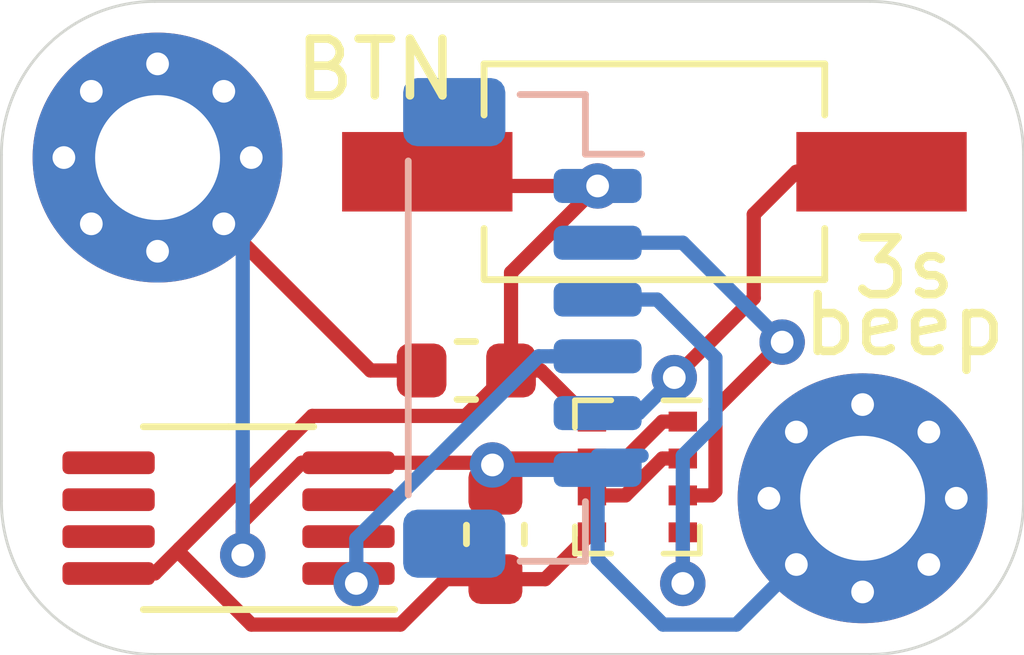
<source format=kicad_pcb>
(kicad_pcb (version 20171130) (host pcbnew "(5.1.6)-1")

  (general
    (thickness 1.6)
    (drawings 11)
    (tracks 77)
    (zones 0)
    (modules 8)
    (nets 12)
  )

  (page A4)
  (layers
    (0 F.Cu signal)
    (31 B.Cu signal)
    (32 B.Adhes user)
    (33 F.Adhes user)
    (34 B.Paste user)
    (35 F.Paste user)
    (36 B.SilkS user)
    (37 F.SilkS user)
    (38 B.Mask user)
    (39 F.Mask user)
    (40 Dwgs.User user)
    (41 Cmts.User user)
    (42 Eco1.User user)
    (43 Eco2.User user)
    (44 Edge.Cuts user)
    (45 Margin user)
    (46 B.CrtYd user)
    (47 F.CrtYd user)
    (48 B.Fab user)
    (49 F.Fab user)
  )

  (setup
    (last_trace_width 0.25)
    (trace_clearance 0.2)
    (zone_clearance 0.508)
    (zone_45_only no)
    (trace_min 0.2)
    (via_size 0.8)
    (via_drill 0.4)
    (via_min_size 0.4)
    (via_min_drill 0.3)
    (uvia_size 0.3)
    (uvia_drill 0.1)
    (uvias_allowed no)
    (uvia_min_size 0.2)
    (uvia_min_drill 0.1)
    (edge_width 0.05)
    (segment_width 0.2)
    (pcb_text_width 0.3)
    (pcb_text_size 1.5 1.5)
    (mod_edge_width 0.12)
    (mod_text_size 1 1)
    (mod_text_width 0.15)
    (pad_size 1.524 1.524)
    (pad_drill 0.762)
    (pad_to_mask_clearance 0.05)
    (aux_axis_origin 0 0)
    (visible_elements 7FFFFFFF)
    (pcbplotparams
      (layerselection 0x010fc_ffffffff)
      (usegerberextensions false)
      (usegerberattributes true)
      (usegerberadvancedattributes true)
      (creategerberjobfile true)
      (excludeedgelayer true)
      (linewidth 0.100000)
      (plotframeref false)
      (viasonmask false)
      (mode 1)
      (useauxorigin false)
      (hpglpennumber 1)
      (hpglpenspeed 20)
      (hpglpendiameter 15.000000)
      (psnegative false)
      (psa4output false)
      (plotreference true)
      (plotvalue true)
      (plotinvisibletext false)
      (padsonsilk false)
      (subtractmaskfromsilk false)
      (outputformat 1)
      (mirror false)
      (drillshape 0)
      (scaleselection 1)
      (outputdirectory "output/"))
  )

  (net 0 "")
  (net 1 GND)
  (net 2 +3V3)
  (net 3 BUTTON)
  (net 4 TEMP)
  (net 5 SCL)
  (net 6 SDA)
  (net 7 "Net-(U1-Pad7)")
  (net 8 "Net-(U1-Pad6)")
  (net 9 "Net-(U1-Pad5)")
  (net 10 "Net-(U1-Pad3)")
  (net 11 "Net-(U1-Pad2)")

  (net_class Default "This is the default net class."
    (clearance 0.2)
    (trace_width 0.25)
    (via_dia 0.8)
    (via_drill 0.4)
    (uvia_dia 0.3)
    (uvia_drill 0.1)
    (add_net +3V3)
    (add_net BUTTON)
    (add_net GND)
    (add_net "Net-(U1-Pad2)")
    (add_net "Net-(U1-Pad3)")
    (add_net "Net-(U1-Pad5)")
    (add_net "Net-(U1-Pad6)")
    (add_net "Net-(U1-Pad7)")
    (add_net SCL)
    (add_net SDA)
    (add_net TEMP)
  )

  (module Package_LGA:Bosch_LGA-8_2x2.5mm_P0.65mm_ClockwisePinNumbering (layer F.Cu) (tedit 5A2F92D2) (tstamp 5FD9C74D)
    (at 53.2 51.875 270)
    (descr "LGA-8, https://ae-bst.resource.bosch.com/media/_tech/media/datasheets/BST-BMP280-DS001-18.pdf")
    (tags "lga land grid array")
    (path /5FD90124)
    (attr smd)
    (fp_text reference U2 (at 2.125 0) (layer F.SilkS) hide
      (effects (font (size 1 1) (thickness 0.15)))
    )
    (fp_text value BMP280 (at 0 3.1 90) (layer F.Fab) hide
      (effects (font (size 1 1) (thickness 0.15)))
    )
    (fp_line (start -1.35 -0.46) (end -1.35 -1.1) (layer F.SilkS) (width 0.1))
    (fp_line (start 0.87 -1.1) (end 1.35 -1.1) (layer F.SilkS) (width 0.1))
    (fp_line (start 1.35 -0.46) (end 1.35 -1.1) (layer F.SilkS) (width 0.1))
    (fp_line (start -1.35 1.1) (end -1.35 0.46) (layer F.SilkS) (width 0.1))
    (fp_line (start 1.35 1.1) (end 1.35 0.46) (layer F.SilkS) (width 0.1))
    (fp_line (start 0.87 1.1) (end 1.35 1.1) (layer F.SilkS) (width 0.1))
    (fp_line (start -1.25 1) (end -1.25 -0.75) (layer F.Fab) (width 0.1))
    (fp_line (start -1 -1) (end -1.25 -0.75) (layer F.Fab) (width 0.1))
    (fp_line (start 1.25 -1) (end -1 -1) (layer F.Fab) (width 0.1))
    (fp_line (start 1.25 -1) (end 1.25 1) (layer F.Fab) (width 0.1))
    (fp_line (start -1.25 1) (end 1.25 1) (layer F.Fab) (width 0.1))
    (fp_line (start -1.55 1.3) (end -1.55 -1.3) (layer F.CrtYd) (width 0.05))
    (fp_line (start 1.55 1.3) (end -1.55 1.3) (layer F.CrtYd) (width 0.05))
    (fp_line (start 1.55 -1.3) (end 1.55 1.3) (layer F.CrtYd) (width 0.05))
    (fp_line (start -1.55 -1.3) (end 1.55 -1.3) (layer F.CrtYd) (width 0.05))
    (fp_line (start -1.35 1.1) (end -0.87 1.1) (layer F.SilkS) (width 0.1))
    (fp_text user %R (at 0 0 90) (layer F.Fab)
      (effects (font (size 0.5 0.5) (thickness 0.075)))
    )
    (pad 8 smd rect (at -0.975 0.8) (size 0.5 0.35) (layers F.Cu F.Paste F.Mask)
      (net 2 +3V3))
    (pad 2 smd rect (at -0.325 -0.8) (size 0.5 0.35) (layers F.Cu F.Paste F.Mask)
      (net 2 +3V3))
    (pad 3 smd rect (at 0.325 -0.8) (size 0.5 0.35) (layers F.Cu F.Paste F.Mask)
      (net 6 SDA))
    (pad 4 smd rect (at 0.975 -0.8) (size 0.5 0.35) (layers F.Cu F.Paste F.Mask)
      (net 5 SCL))
    (pad 7 smd rect (at -0.325 0.8) (size 0.5 0.35) (layers F.Cu F.Paste F.Mask)
      (net 1 GND))
    (pad 6 smd rect (at 0.325 0.8) (size 0.5 0.35) (layers F.Cu F.Paste F.Mask)
      (net 2 +3V3))
    (pad 5 smd rect (at 0.975 0.8) (size 0.5 0.35) (layers F.Cu F.Paste F.Mask)
      (net 2 +3V3))
    (pad 1 smd rect (at -0.975 -0.8) (size 0.5 0.35) (layers F.Cu F.Paste F.Mask)
      (net 1 GND))
    (model ${KISYS3DMOD}/Package_LGA.3dshapes/Bosch_LGA-8_2x2.5mm_P0.65mm_ClockwisePinNumbering.wrl
      (at (xyz 0 0 0))
      (scale (xyz 1 1 1))
      (rotate (xyz 0 0 0))
    )
  )

  (module Package_SO:MSOP-8_3x3mm_P0.65mm (layer F.Cu) (tedit 5E509FDD) (tstamp 5FD95489)
    (at 46 52.6 180)
    (descr "MSOP, 8 Pin (https://www.jedec.org/system/files/docs/mo-187F.pdf variant AA), generated with kicad-footprint-generator ipc_gullwing_generator.py")
    (tags "MSOP SO")
    (path /5FD8F7E5)
    (attr smd)
    (fp_text reference U1 (at 0 2.4) (layer F.SilkS) hide
      (effects (font (size 1 1) (thickness 0.15)))
    )
    (fp_text value DS18B20U (at 0 2.45) (layer F.Fab) hide
      (effects (font (size 1 1) (thickness 0.15)))
    )
    (fp_line (start 3.18 -1.75) (end -3.18 -1.75) (layer F.CrtYd) (width 0.05))
    (fp_line (start 3.18 1.75) (end 3.18 -1.75) (layer F.CrtYd) (width 0.05))
    (fp_line (start -3.18 1.75) (end 3.18 1.75) (layer F.CrtYd) (width 0.05))
    (fp_line (start -3.18 -1.75) (end -3.18 1.75) (layer F.CrtYd) (width 0.05))
    (fp_line (start -1.5 -0.75) (end -0.75 -1.5) (layer F.Fab) (width 0.1))
    (fp_line (start -1.5 1.5) (end -1.5 -0.75) (layer F.Fab) (width 0.1))
    (fp_line (start 1.5 1.5) (end -1.5 1.5) (layer F.Fab) (width 0.1))
    (fp_line (start 1.5 -1.5) (end 1.5 1.5) (layer F.Fab) (width 0.1))
    (fp_line (start -0.75 -1.5) (end 1.5 -1.5) (layer F.Fab) (width 0.1))
    (fp_line (start 0 -1.61) (end -2.925 -1.61) (layer F.SilkS) (width 0.12))
    (fp_line (start 0 -1.61) (end 1.5 -1.61) (layer F.SilkS) (width 0.12))
    (fp_line (start 0 1.61) (end -1.5 1.61) (layer F.SilkS) (width 0.12))
    (fp_line (start 0 1.61) (end 1.5 1.61) (layer F.SilkS) (width 0.12))
    (fp_text user %R (at 0 0) (layer F.Fab)
      (effects (font (size 0.75 0.75) (thickness 0.11)))
    )
    (pad 8 smd roundrect (at 2.1125 -0.975 180) (size 1.625 0.4) (layers F.Cu F.Paste F.Mask) (roundrect_rratio 0.25)
      (net 2 +3V3))
    (pad 7 smd roundrect (at 2.1125 -0.325 180) (size 1.625 0.4) (layers F.Cu F.Paste F.Mask) (roundrect_rratio 0.25)
      (net 7 "Net-(U1-Pad7)"))
    (pad 6 smd roundrect (at 2.1125 0.325 180) (size 1.625 0.4) (layers F.Cu F.Paste F.Mask) (roundrect_rratio 0.25)
      (net 8 "Net-(U1-Pad6)"))
    (pad 5 smd roundrect (at 2.1125 0.975 180) (size 1.625 0.4) (layers F.Cu F.Paste F.Mask) (roundrect_rratio 0.25)
      (net 9 "Net-(U1-Pad5)"))
    (pad 4 smd roundrect (at -2.1125 0.975 180) (size 1.625 0.4) (layers F.Cu F.Paste F.Mask) (roundrect_rratio 0.25)
      (net 1 GND))
    (pad 3 smd roundrect (at -2.1125 0.325 180) (size 1.625 0.4) (layers F.Cu F.Paste F.Mask) (roundrect_rratio 0.25)
      (net 10 "Net-(U1-Pad3)"))
    (pad 2 smd roundrect (at -2.1125 -0.325 180) (size 1.625 0.4) (layers F.Cu F.Paste F.Mask) (roundrect_rratio 0.25)
      (net 11 "Net-(U1-Pad2)"))
    (pad 1 smd roundrect (at -2.1125 -0.975 180) (size 1.625 0.4) (layers F.Cu F.Paste F.Mask) (roundrect_rratio 0.25)
      (net 4 TEMP))
    (model ${KISYS3DMOD}/Package_SO.3dshapes/MSOP-8_3x3mm_P0.65mm.wrl
      (at (xyz 0 0 0))
      (scale (xyz 1 1 1))
      (rotate (xyz 0 0 0))
    )
  )

  (module Libs:SW_SPST_TAEF-25R-V-T (layer F.Cu) (tedit 5FD9327F) (tstamp 5FD94C2E)
    (at 53.5 46.5)
    (path /5FD922A2)
    (fp_text reference SW1 (at 0 0) (layer F.SilkS) hide
      (effects (font (size 1 1) (thickness 0.15)))
    )
    (fp_text value SW_Push (at -0.05 3.7) (layer F.Fab) hide
      (effects (font (size 1 1) (thickness 0.15)))
    )
    (fp_line (start -6 2.7) (end -6 0) (layer F.CrtYd) (width 0.12))
    (fp_line (start 0 2.7) (end -6 2.7) (layer F.CrtYd) (width 0.12))
    (fp_line (start 6 2.7) (end 6 0) (layer F.CrtYd) (width 0.12))
    (fp_line (start 0 2.7) (end 6 2.7) (layer F.CrtYd) (width 0.12))
    (fp_line (start 6 -2.7) (end -6 -2.7) (layer F.CrtYd) (width 0.12))
    (fp_line (start 6 0) (end 6 -2.7) (layer F.CrtYd) (width 0.12))
    (fp_line (start -6 0) (end -6 -2.7) (layer F.CrtYd) (width 0.12))
    (fp_line (start 3 1.9) (end 3 1) (layer F.SilkS) (width 0.12))
    (fp_line (start -3 1.9) (end -3 1) (layer F.SilkS) (width 0.12))
    (fp_line (start 3 -1.9) (end 3 -1) (layer F.SilkS) (width 0.12))
    (fp_line (start -3 -1.9) (end -3 -1) (layer F.SilkS) (width 0.12))
    (fp_line (start -3 1.9) (end 3 1.9) (layer F.SilkS) (width 0.12))
    (fp_line (start -3 -1.9) (end 3 -1.9) (layer F.SilkS) (width 0.12))
    (pad 1 smd rect (at -4 0) (size 3 1.4) (layers F.Cu F.Paste F.Mask)
      (net 2 +3V3))
    (pad 2 smd rect (at 4 0) (size 3 1.4) (layers F.Cu F.Paste F.Mask)
      (net 3 BUTTON))
  )

  (module Connector_JST:JST_SH_BM06B-SRSS-TB_1x06-1MP_P1.00mm_Vertical (layer B.Cu) (tedit 5B78AD87) (tstamp 5FD9C856)
    (at 51.175 49.25 270)
    (descr "JST SH series connector, BM06B-SRSS-TB (http://www.jst-mfg.com/product/pdf/eng/eSH.pdf), generated with kicad-footprint-generator")
    (tags "connector JST SH side entry")
    (path /5FDC9812)
    (attr smd)
    (fp_text reference J1 (at 0 3.3 270) (layer B.SilkS) hide
      (effects (font (size 1 1) (thickness 0.15)) (justify mirror))
    )
    (fp_text value Conn_01x06_Male (at 0 -3.3 270) (layer B.Fab) hide
      (effects (font (size 1 1) (thickness 0.15)) (justify mirror))
    )
    (fp_line (start -2.5 -0.292893) (end -2 -1) (layer B.Fab) (width 0.1))
    (fp_line (start -3 -1) (end -2.5 -0.292893) (layer B.Fab) (width 0.1))
    (fp_line (start 4.9 2.6) (end -4.9 2.6) (layer B.CrtYd) (width 0.05))
    (fp_line (start 4.9 -2.6) (end 4.9 2.6) (layer B.CrtYd) (width 0.05))
    (fp_line (start -4.9 -2.6) (end 4.9 -2.6) (layer B.CrtYd) (width 0.05))
    (fp_line (start -4.9 2.6) (end -4.9 -2.6) (layer B.CrtYd) (width 0.05))
    (fp_line (start 2.65 1.55) (end 2.35 1.55) (layer B.Fab) (width 0.1))
    (fp_line (start 2.65 0.95) (end 2.65 1.55) (layer B.Fab) (width 0.1))
    (fp_line (start 2.35 0.95) (end 2.65 0.95) (layer B.Fab) (width 0.1))
    (fp_line (start 2.35 1.55) (end 2.35 0.95) (layer B.Fab) (width 0.1))
    (fp_line (start 1.65 1.55) (end 1.35 1.55) (layer B.Fab) (width 0.1))
    (fp_line (start 1.65 0.95) (end 1.65 1.55) (layer B.Fab) (width 0.1))
    (fp_line (start 1.35 0.95) (end 1.65 0.95) (layer B.Fab) (width 0.1))
    (fp_line (start 1.35 1.55) (end 1.35 0.95) (layer B.Fab) (width 0.1))
    (fp_line (start 0.65 1.55) (end 0.35 1.55) (layer B.Fab) (width 0.1))
    (fp_line (start 0.65 0.95) (end 0.65 1.55) (layer B.Fab) (width 0.1))
    (fp_line (start 0.35 0.95) (end 0.65 0.95) (layer B.Fab) (width 0.1))
    (fp_line (start 0.35 1.55) (end 0.35 0.95) (layer B.Fab) (width 0.1))
    (fp_line (start -0.35 1.55) (end -0.65 1.55) (layer B.Fab) (width 0.1))
    (fp_line (start -0.35 0.95) (end -0.35 1.55) (layer B.Fab) (width 0.1))
    (fp_line (start -0.65 0.95) (end -0.35 0.95) (layer B.Fab) (width 0.1))
    (fp_line (start -0.65 1.55) (end -0.65 0.95) (layer B.Fab) (width 0.1))
    (fp_line (start -1.35 1.55) (end -1.65 1.55) (layer B.Fab) (width 0.1))
    (fp_line (start -1.35 0.95) (end -1.35 1.55) (layer B.Fab) (width 0.1))
    (fp_line (start -1.65 0.95) (end -1.35 0.95) (layer B.Fab) (width 0.1))
    (fp_line (start -1.65 1.55) (end -1.65 0.95) (layer B.Fab) (width 0.1))
    (fp_line (start -2.35 1.55) (end -2.65 1.55) (layer B.Fab) (width 0.1))
    (fp_line (start -2.35 0.95) (end -2.35 1.55) (layer B.Fab) (width 0.1))
    (fp_line (start -2.65 0.95) (end -2.35 0.95) (layer B.Fab) (width 0.1))
    (fp_line (start -2.65 1.55) (end -2.65 0.95) (layer B.Fab) (width 0.1))
    (fp_line (start 4 -1) (end 4 1.9) (layer B.Fab) (width 0.1))
    (fp_line (start -4 -1) (end -4 1.9) (layer B.Fab) (width 0.1))
    (fp_line (start -4 1.9) (end 4 1.9) (layer B.Fab) (width 0.1))
    (fp_line (start -2.94 2.01) (end 2.94 2.01) (layer B.SilkS) (width 0.12))
    (fp_line (start 4.11 -1.11) (end 3.06 -1.11) (layer B.SilkS) (width 0.12))
    (fp_line (start 4.11 0.04) (end 4.11 -1.11) (layer B.SilkS) (width 0.12))
    (fp_line (start -3.06 -1.11) (end -3.06 -2.1) (layer B.SilkS) (width 0.12))
    (fp_line (start -4.11 -1.11) (end -3.06 -1.11) (layer B.SilkS) (width 0.12))
    (fp_line (start -4.11 0.04) (end -4.11 -1.11) (layer B.SilkS) (width 0.12))
    (fp_line (start -4 -1) (end 4 -1) (layer B.Fab) (width 0.1))
    (fp_text user %R (at 0 0.25 270) (layer B.Fab)
      (effects (font (size 1 1) (thickness 0.15)) (justify mirror))
    )
    (pad MP smd roundrect (at 3.8 1.2 270) (size 1.2 1.8) (layers B.Cu B.Paste B.Mask) (roundrect_rratio 0.208333))
    (pad MP smd roundrect (at -3.8 1.2 270) (size 1.2 1.8) (layers B.Cu B.Paste B.Mask) (roundrect_rratio 0.208333))
    (pad 6 smd roundrect (at 2.5 -1.325 270) (size 0.6 1.55) (layers B.Cu B.Paste B.Mask) (roundrect_rratio 0.25)
      (net 1 GND))
    (pad 5 smd roundrect (at 1.5 -1.325 270) (size 0.6 1.55) (layers B.Cu B.Paste B.Mask) (roundrect_rratio 0.25)
      (net 3 BUTTON))
    (pad 4 smd roundrect (at 0.5 -1.325 270) (size 0.6 1.55) (layers B.Cu B.Paste B.Mask) (roundrect_rratio 0.25)
      (net 4 TEMP))
    (pad 3 smd roundrect (at -0.5 -1.325 270) (size 0.6 1.55) (layers B.Cu B.Paste B.Mask) (roundrect_rratio 0.25)
      (net 5 SCL))
    (pad 2 smd roundrect (at -1.5 -1.325 270) (size 0.6 1.55) (layers B.Cu B.Paste B.Mask) (roundrect_rratio 0.25)
      (net 6 SDA))
    (pad 1 smd roundrect (at -2.5 -1.325 270) (size 0.6 1.55) (layers B.Cu B.Paste B.Mask) (roundrect_rratio 0.25)
      (net 2 +3V3))
    (model ${KISYS3DMOD}/Connector_JST.3dshapes/JST_SH_BM06B-SRSS-TB_1x06-1MP_P1.00mm_Vertical.wrl
      (at (xyz 0 0 0))
      (scale (xyz 1 1 1))
      (rotate (xyz 0 0 0))
    )
  )

  (module MountingHole:MountingHole_2.2mm_M2_Pad_Via (layer F.Cu) (tedit 56DDB9C7) (tstamp 5FD95427)
    (at 57.166726 52.25)
    (descr "Mounting Hole 2.2mm, M2")
    (tags "mounting hole 2.2mm m2")
    (path /5FD9A253)
    (attr virtual)
    (fp_text reference H2 (at 0 -3.2) (layer F.SilkS) hide
      (effects (font (size 1 1) (thickness 0.15)))
    )
    (fp_text value MountingHole_Pad (at 0 3.2) (layer F.Fab) hide
      (effects (font (size 1 1) (thickness 0.15)))
    )
    (fp_circle (center 0 0) (end 2.45 0) (layer F.CrtYd) (width 0.05))
    (fp_circle (center 0 0) (end 2.2 0) (layer Cmts.User) (width 0.15))
    (fp_text user %R (at 0.3 0) (layer F.Fab)
      (effects (font (size 1 1) (thickness 0.15)))
    )
    (pad 1 thru_hole circle (at 1.166726 -1.166726) (size 0.7 0.7) (drill 0.4) (layers *.Cu *.Mask)
      (net 1 GND))
    (pad 1 thru_hole circle (at 0 -1.65) (size 0.7 0.7) (drill 0.4) (layers *.Cu *.Mask)
      (net 1 GND))
    (pad 1 thru_hole circle (at -1.166726 -1.166726) (size 0.7 0.7) (drill 0.4) (layers *.Cu *.Mask)
      (net 1 GND))
    (pad 1 thru_hole circle (at -1.65 0) (size 0.7 0.7) (drill 0.4) (layers *.Cu *.Mask)
      (net 1 GND))
    (pad 1 thru_hole circle (at -1.166726 1.166726) (size 0.7 0.7) (drill 0.4) (layers *.Cu *.Mask)
      (net 1 GND))
    (pad 1 thru_hole circle (at 0 1.65) (size 0.7 0.7) (drill 0.4) (layers *.Cu *.Mask)
      (net 1 GND))
    (pad 1 thru_hole circle (at 1.166726 1.166726) (size 0.7 0.7) (drill 0.4) (layers *.Cu *.Mask)
      (net 1 GND))
    (pad 1 thru_hole circle (at 1.65 0) (size 0.7 0.7) (drill 0.4) (layers *.Cu *.Mask)
      (net 1 GND))
    (pad 1 thru_hole circle (at 0 0) (size 4.4 4.4) (drill 2.2) (layers *.Cu *.Mask)
      (net 1 GND))
  )

  (module MountingHole:MountingHole_2.2mm_M2_Pad_Via (layer F.Cu) (tedit 56DDB9C7) (tstamp 5FD95361)
    (at 44.75 46.25)
    (descr "Mounting Hole 2.2mm, M2")
    (tags "mounting hole 2.2mm m2")
    (path /5FD93E45)
    (attr virtual)
    (fp_text reference H1 (at 0 -3.2) (layer F.SilkS) hide
      (effects (font (size 1 1) (thickness 0.15)))
    )
    (fp_text value MountingHole_Pad (at 0 3.2) (layer F.Fab) hide
      (effects (font (size 1 1) (thickness 0.15)))
    )
    (fp_circle (center 0 0) (end 2.45 0) (layer F.CrtYd) (width 0.05))
    (fp_circle (center 0 0) (end 2.2 0) (layer Cmts.User) (width 0.15))
    (fp_text user %R (at 0.3 0) (layer F.Fab)
      (effects (font (size 1 1) (thickness 0.15)))
    )
    (pad 1 thru_hole circle (at 1.166726 -1.166726) (size 0.7 0.7) (drill 0.4) (layers *.Cu *.Mask)
      (net 1 GND))
    (pad 1 thru_hole circle (at 0 -1.65) (size 0.7 0.7) (drill 0.4) (layers *.Cu *.Mask)
      (net 1 GND))
    (pad 1 thru_hole circle (at -1.166726 -1.166726) (size 0.7 0.7) (drill 0.4) (layers *.Cu *.Mask)
      (net 1 GND))
    (pad 1 thru_hole circle (at -1.65 0) (size 0.7 0.7) (drill 0.4) (layers *.Cu *.Mask)
      (net 1 GND))
    (pad 1 thru_hole circle (at -1.166726 1.166726) (size 0.7 0.7) (drill 0.4) (layers *.Cu *.Mask)
      (net 1 GND))
    (pad 1 thru_hole circle (at 0 1.65) (size 0.7 0.7) (drill 0.4) (layers *.Cu *.Mask)
      (net 1 GND))
    (pad 1 thru_hole circle (at 1.166726 1.166726) (size 0.7 0.7) (drill 0.4) (layers *.Cu *.Mask)
      (net 1 GND))
    (pad 1 thru_hole circle (at 1.65 0) (size 0.7 0.7) (drill 0.4) (layers *.Cu *.Mask)
      (net 1 GND))
    (pad 1 thru_hole circle (at 0 0) (size 4.4 4.4) (drill 2.2) (layers *.Cu *.Mask)
      (net 1 GND))
  )

  (module Capacitor_SMD:C_0603_1608Metric (layer F.Cu) (tedit 5B301BBE) (tstamp 5FD96127)
    (at 50.7 52.8875 90)
    (descr "Capacitor SMD 0603 (1608 Metric), square (rectangular) end terminal, IPC_7351 nominal, (Body size source: http://www.tortai-tech.com/upload/download/2011102023233369053.pdf), generated with kicad-footprint-generator")
    (tags capacitor)
    (path /5FDA359B)
    (attr smd)
    (fp_text reference C2 (at -0.0125 -1.1 90) (layer F.SilkS) hide
      (effects (font (size 1 1) (thickness 0.15)))
    )
    (fp_text value 100n (at 0 1.43 90) (layer F.Fab)
      (effects (font (size 1 1) (thickness 0.15)))
    )
    (fp_line (start 1.48 0.73) (end -1.48 0.73) (layer F.CrtYd) (width 0.05))
    (fp_line (start 1.48 -0.73) (end 1.48 0.73) (layer F.CrtYd) (width 0.05))
    (fp_line (start -1.48 -0.73) (end 1.48 -0.73) (layer F.CrtYd) (width 0.05))
    (fp_line (start -1.48 0.73) (end -1.48 -0.73) (layer F.CrtYd) (width 0.05))
    (fp_line (start -0.162779 0.51) (end 0.162779 0.51) (layer F.SilkS) (width 0.12))
    (fp_line (start -0.162779 -0.51) (end 0.162779 -0.51) (layer F.SilkS) (width 0.12))
    (fp_line (start 0.8 0.4) (end -0.8 0.4) (layer F.Fab) (width 0.1))
    (fp_line (start 0.8 -0.4) (end 0.8 0.4) (layer F.Fab) (width 0.1))
    (fp_line (start -0.8 -0.4) (end 0.8 -0.4) (layer F.Fab) (width 0.1))
    (fp_line (start -0.8 0.4) (end -0.8 -0.4) (layer F.Fab) (width 0.1))
    (fp_text user %R (at 0 0 180) (layer F.Fab)
      (effects (font (size 0.4 0.4) (thickness 0.06)))
    )
    (pad 2 smd roundrect (at 0.7875 0 90) (size 0.875 0.95) (layers F.Cu F.Paste F.Mask) (roundrect_rratio 0.25)
      (net 1 GND))
    (pad 1 smd roundrect (at -0.7875 0 90) (size 0.875 0.95) (layers F.Cu F.Paste F.Mask) (roundrect_rratio 0.25)
      (net 2 +3V3))
    (model ${KISYS3DMOD}/Capacitor_SMD.3dshapes/C_0603_1608Metric.wrl
      (at (xyz 0 0 0))
      (scale (xyz 1 1 1))
      (rotate (xyz 0 0 0))
    )
  )

  (module Capacitor_SMD:C_0603_1608Metric (layer F.Cu) (tedit 5B301BBE) (tstamp 5FD94C62)
    (at 50.1875 50 180)
    (descr "Capacitor SMD 0603 (1608 Metric), square (rectangular) end terminal, IPC_7351 nominal, (Body size source: http://www.tortai-tech.com/upload/download/2011102023233369053.pdf), generated with kicad-footprint-generator")
    (tags capacitor)
    (path /5FDA1F1C)
    (attr smd)
    (fp_text reference C1 (at 0.3875 1.2) (layer F.SilkS) hide
      (effects (font (size 1 1) (thickness 0.15)))
    )
    (fp_text value 100n (at 0 1.43) (layer F.Fab) hide
      (effects (font (size 1 1) (thickness 0.15)))
    )
    (fp_line (start 1.48 0.73) (end -1.48 0.73) (layer F.CrtYd) (width 0.05))
    (fp_line (start 1.48 -0.73) (end 1.48 0.73) (layer F.CrtYd) (width 0.05))
    (fp_line (start -1.48 -0.73) (end 1.48 -0.73) (layer F.CrtYd) (width 0.05))
    (fp_line (start -1.48 0.73) (end -1.48 -0.73) (layer F.CrtYd) (width 0.05))
    (fp_line (start -0.162779 0.51) (end 0.162779 0.51) (layer F.SilkS) (width 0.12))
    (fp_line (start -0.162779 -0.51) (end 0.162779 -0.51) (layer F.SilkS) (width 0.12))
    (fp_line (start 0.8 0.4) (end -0.8 0.4) (layer F.Fab) (width 0.1))
    (fp_line (start 0.8 -0.4) (end 0.8 0.4) (layer F.Fab) (width 0.1))
    (fp_line (start -0.8 -0.4) (end 0.8 -0.4) (layer F.Fab) (width 0.1))
    (fp_line (start -0.8 0.4) (end -0.8 -0.4) (layer F.Fab) (width 0.1))
    (fp_text user %R (at 0 0) (layer F.Fab) hide
      (effects (font (size 0.4 0.4) (thickness 0.06)))
    )
    (pad 2 smd roundrect (at 0.7875 0 180) (size 0.875 0.95) (layers F.Cu F.Paste F.Mask) (roundrect_rratio 0.25)
      (net 1 GND))
    (pad 1 smd roundrect (at -0.7875 0 180) (size 0.875 0.95) (layers F.Cu F.Paste F.Mask) (roundrect_rratio 0.25)
      (net 2 +3V3))
    (model ${KISYS3DMOD}/Capacitor_SMD.3dshapes/C_0603_1608Metric.wrl
      (at (xyz 0 0 0))
      (scale (xyz 1 1 1))
      (rotate (xyz 0 0 0))
    )
  )

  (gr_text "beep\n" (at 57.9 49.2) (layer F.SilkS)
    (effects (font (size 1 1) (thickness 0.15)))
  )
  (gr_text 3s (at 57.9 48.2) (layer F.SilkS)
    (effects (font (size 1 1) (thickness 0.15)))
  )
  (gr_text "BTN\n" (at 48.6 44.7) (layer F.SilkS)
    (effects (font (size 1 1) (thickness 0.15)))
  )
  (gr_line (start 57.3 43.5) (end 44.7 43.5) (layer Edge.Cuts) (width 0.05) (tstamp 5FD95B62))
  (gr_line (start 60 46.2) (end 60 52.3) (layer Edge.Cuts) (width 0.05) (tstamp 5FD95B61))
  (gr_line (start 44.7 55) (end 57.3 55) (layer Edge.Cuts) (width 0.05) (tstamp 5FD9C8C1))
  (gr_line (start 42 52.3) (end 42 46.2) (layer Edge.Cuts) (width 0.05) (tstamp 5FD95B5F))
  (gr_arc (start 57.3 46.2) (end 60 46.2) (angle -90) (layer Edge.Cuts) (width 0.05))
  (gr_arc (start 57.3 52.3) (end 57.3 55) (angle -90) (layer Edge.Cuts) (width 0.05))
  (gr_arc (start 44.7 52.3) (end 42 52.3) (angle -90) (layer Edge.Cuts) (width 0.05))
  (gr_arc (start 44.7 46.2) (end 44.7 43.5) (angle -90) (layer Edge.Cuts) (width 0.05))

  (via (at 50.6476 51.6636) (size 0.8) (drill 0.4) (layers F.Cu B.Cu) (net 1))
  (segment (start 54.941725 54.475001) (end 57.166726 52.25) (width 0.25) (layer B.Cu) (net 1))
  (segment (start 53.651999 54.475001) (end 54.941725 54.475001) (width 0.25) (layer B.Cu) (net 1))
  (segment (start 52.5 53.323002) (end 53.651999 54.475001) (width 0.25) (layer B.Cu) (net 1))
  (segment (start 48.5 50) (end 44.75 46.25) (width 0.25) (layer F.Cu) (net 1))
  (segment (start 49.4 50) (end 48.5 50) (width 0.25) (layer F.Cu) (net 1))
  (via (at 46.25 53.25) (size 0.8) (drill 0.4) (layers F.Cu B.Cu) (net 1))
  (segment (start 46.25 52.66141) (end 46.25 53.25) (width 0.25) (layer F.Cu) (net 1))
  (segment (start 48.1125 51.625) (end 47.28641 51.625) (width 0.25) (layer F.Cu) (net 1))
  (segment (start 47.28641 51.625) (end 46.25 52.66141) (width 0.25) (layer F.Cu) (net 1))
  (segment (start 46.25 47.75) (end 44.75 46.25) (width 0.25) (layer B.Cu) (net 1))
  (segment (start 46.25 53.25) (end 46.25 47.75) (width 0.25) (layer B.Cu) (net 1))
  (segment (start 53.639998 50.9) (end 54 50.9) (width 0.25) (layer F.Cu) (net 1))
  (segment (start 52.989998 51.55) (end 53.639998 50.9) (width 0.25) (layer F.Cu) (net 1))
  (segment (start 52.4 51.55) (end 52.989998 51.55) (width 0.25) (layer F.Cu) (net 1))
  (segment (start 53.275 51.5) (end 52.5 51.5) (width 0.25) (layer B.Cu) (net 1))
  (segment (start 52.5 51.75) (end 52.5 53.323002) (width 0.25) (layer B.Cu) (net 1))
  (segment (start 50.734 51.75) (end 50.6476 51.6636) (width 0.25) (layer B.Cu) (net 1))
  (segment (start 52.5 51.75) (end 50.734 51.75) (width 0.25) (layer B.Cu) (net 1))
  (segment (start 50.609 51.625) (end 50.6476 51.6636) (width 0.25) (layer F.Cu) (net 1))
  (segment (start 48.1125 51.625) (end 50.609 51.625) (width 0.25) (layer F.Cu) (net 1))
  (segment (start 50.7 52.1) (end 50.6684 52.1) (width 0.25) (layer F.Cu) (net 1))
  (segment (start 50.6476 52.0792) (end 50.6476 51.6636) (width 0.25) (layer F.Cu) (net 1))
  (segment (start 50.6684 52.1) (end 50.6476 52.0792) (width 0.25) (layer F.Cu) (net 1))
  (segment (start 50.7612 51.55) (end 50.6476 51.6636) (width 0.25) (layer F.Cu) (net 1))
  (segment (start 52.4 51.55) (end 50.7612 51.55) (width 0.25) (layer F.Cu) (net 1))
  (segment (start 50.17499 50.80001) (end 50.975 50) (width 0.25) (layer F.Cu) (net 2))
  (segment (start 47.47499 50.80001) (end 50.17499 50.80001) (width 0.25) (layer F.Cu) (net 2))
  (segment (start 43.8875 53.575) (end 44.7 53.575) (width 0.25) (layer F.Cu) (net 2))
  (segment (start 51.575 53.675) (end 52.4 52.85) (width 0.25) (layer F.Cu) (net 2))
  (segment (start 50.7 53.675) (end 51.575 53.675) (width 0.25) (layer F.Cu) (net 2))
  (segment (start 52.4 52.85) (end 52.4 52.2) (width 0.25) (layer F.Cu) (net 2))
  (segment (start 53.639998 51.55) (end 54 51.55) (width 0.25) (layer F.Cu) (net 2))
  (segment (start 52.989998 52.2) (end 53.639998 51.55) (width 0.25) (layer F.Cu) (net 2))
  (segment (start 52.4 52.2) (end 52.989998 52.2) (width 0.25) (layer F.Cu) (net 2))
  (segment (start 50.7 53.675) (end 49.825 53.675) (width 0.25) (layer F.Cu) (net 2))
  (segment (start 49.024999 54.475001) (end 46.401999 54.475001) (width 0.25) (layer F.Cu) (net 2))
  (segment (start 45.1375 53.210502) (end 45.1375 53.1375) (width 0.25) (layer F.Cu) (net 2))
  (segment (start 49.825 53.675) (end 49.024999 54.475001) (width 0.25) (layer F.Cu) (net 2))
  (segment (start 46.401999 54.475001) (end 45.1375 53.210502) (width 0.25) (layer F.Cu) (net 2))
  (segment (start 45.1375 53.1375) (end 47.47499 50.80001) (width 0.25) (layer F.Cu) (net 2))
  (segment (start 44.7 53.575) (end 45.1375 53.1375) (width 0.25) (layer F.Cu) (net 2))
  (segment (start 51.5 50) (end 52.4 50.9) (width 0.25) (layer F.Cu) (net 2))
  (segment (start 50.975 50) (end 51.5 50) (width 0.25) (layer F.Cu) (net 2))
  (via (at 52.5 46.75) (size 0.8) (drill 0.4) (layers F.Cu B.Cu) (net 2))
  (segment (start 50.975 48.275) (end 52.5 46.75) (width 0.25) (layer F.Cu) (net 2))
  (segment (start 50.975 50) (end 50.975 48.275) (width 0.25) (layer F.Cu) (net 2))
  (segment (start 49.75 46.75) (end 49.5 46.5) (width 0.25) (layer F.Cu) (net 2))
  (segment (start 52.5 46.75) (end 49.75 46.75) (width 0.25) (layer F.Cu) (net 2))
  (segment (start 55.25 47.25) (end 56 46.5) (width 0.25) (layer F.Cu) (net 3))
  (segment (start 55.25 48.724999) (end 55.25 47.25) (width 0.25) (layer F.Cu) (net 3))
  (via (at 53.850001 50.124998) (size 0.8) (drill 0.4) (layers F.Cu B.Cu) (net 3))
  (segment (start 56 46.5) (end 57.5 46.5) (width 0.25) (layer F.Cu) (net 3))
  (segment (start 53.850001 50.124998) (end 55.25 48.724999) (width 0.25) (layer F.Cu) (net 3))
  (segment (start 53.224999 50.75) (end 53.850001 50.124998) (width 0.25) (layer B.Cu) (net 3))
  (segment (start 52.5 50.75) (end 53.224999 50.75) (width 0.25) (layer B.Cu) (net 3))
  (via (at 48.25 53.75) (size 0.8) (drill 0.4) (layers F.Cu B.Cu) (net 4))
  (segment (start 48.1125 53.575) (end 48.1125 53.6125) (width 0.25) (layer F.Cu) (net 4))
  (segment (start 48.1125 53.6125) (end 48.25 53.75) (width 0.25) (layer F.Cu) (net 4))
  (segment (start 51.46181 49.75) (end 51.684315 49.75) (width 0.25) (layer B.Cu) (net 4))
  (segment (start 48.25 52.96181) (end 51.46181 49.75) (width 0.25) (layer B.Cu) (net 4))
  (segment (start 51.684315 49.75) (end 52.5 49.75) (width 0.25) (layer B.Cu) (net 4))
  (segment (start 48.25 53.75) (end 48.25 52.96181) (width 0.25) (layer B.Cu) (net 4))
  (via (at 54 53.75) (size 0.8) (drill 0.4) (layers F.Cu B.Cu) (net 5))
  (segment (start 54 52.85) (end 54 53.75) (width 0.25) (layer F.Cu) (net 5))
  (segment (start 54 53.75) (end 54 51.5) (width 0.25) (layer B.Cu) (net 5))
  (segment (start 54.575002 50.924998) (end 54.575002 49.776997) (width 0.25) (layer B.Cu) (net 5))
  (segment (start 54 51.5) (end 54.575002 50.924998) (width 0.25) (layer B.Cu) (net 5))
  (segment (start 53.548005 48.75) (end 52.5 48.75) (width 0.25) (layer B.Cu) (net 5))
  (segment (start 54.575002 49.776997) (end 53.548005 48.75) (width 0.25) (layer B.Cu) (net 5))
  (segment (start 54.575001 52.124999) (end 54.575001 50.674999) (width 0.25) (layer F.Cu) (net 6))
  (via (at 55.75 49.5) (size 0.8) (drill 0.4) (layers F.Cu B.Cu) (net 6))
  (segment (start 54 52.2) (end 54.5 52.2) (width 0.25) (layer F.Cu) (net 6))
  (segment (start 54.575001 50.674999) (end 55.75 49.5) (width 0.25) (layer F.Cu) (net 6))
  (segment (start 54.5 52.2) (end 54.575001 52.124999) (width 0.25) (layer F.Cu) (net 6))
  (segment (start 54 47.75) (end 52.5 47.75) (width 0.25) (layer B.Cu) (net 6))
  (segment (start 55.75 49.5) (end 54 47.75) (width 0.25) (layer B.Cu) (net 6))

)

</source>
